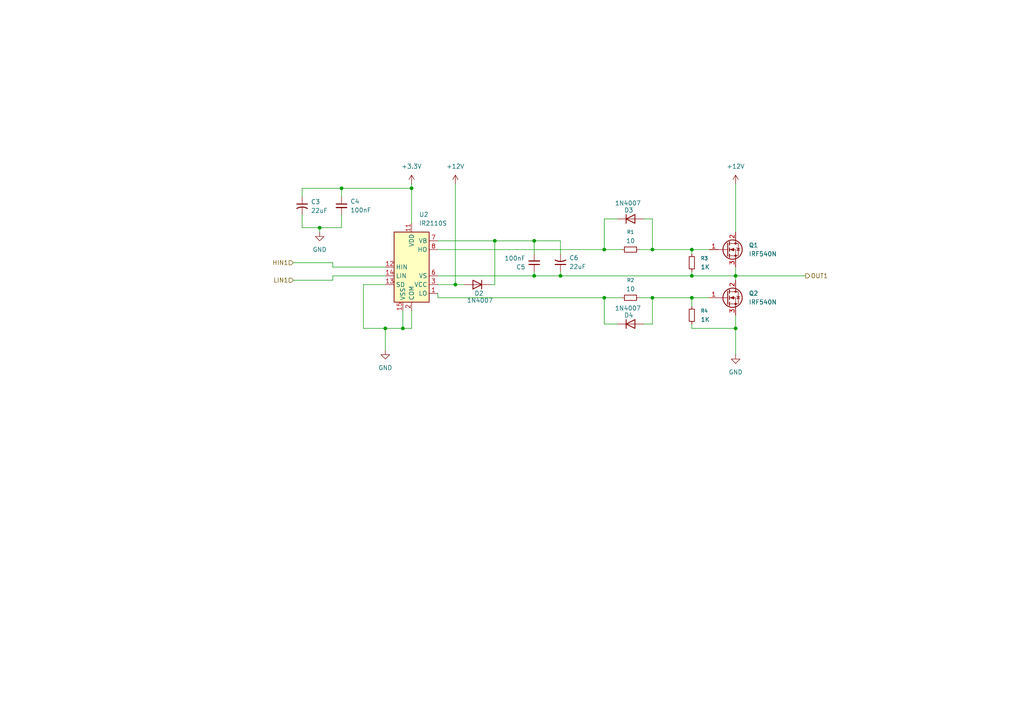
<source format=kicad_sch>
(kicad_sch (version 20250114) (generator "eeschema") (generator_version "9.0")
  (paper "A4")
  (lib_symbols
    (symbol "Device:C_Small" (pin_numbers (hide yes)) (pin_names (offset 0.254) (hide yes))
      (property "Reference" "C" (at 0.254 1.778 0))
      (property "Value" "C_Small" (at 0.254 -2.032 0))
      (symbol "C_Small_0_1"
        (polyline (pts (xy -1.524 0.508) (xy 1.524 0.508)) (stroke (width 0.3048)))
        (polyline (pts (xy -1.524 -0.508) (xy 1.524 -0.508)) (stroke (width 0.3302)))
      )
      (symbol "C_Small_1_1"
        (pin passive line (at 0 2.54 270) (length 2.032) (name "~") (number "1"))
        (pin passive line (at 0 -2.54 90) (length 2.032) (name "~") (number "2"))
      )
    )
    (symbol "Device:C_Small_US" (pin_numbers (hide yes)) (pin_names (offset 0.254) (hide yes))
      (property "Reference" "C" (at 0.254 1.778 0))
      (property "Value" "C_Small_US" (at 0.254 -2.032 0))
      (symbol "C_Small_US_0_1"
        (polyline (pts (xy -1.524 0.508) (xy 1.524 0.508)) (stroke (width 0.3048)))
        (arc (start -1.524 -0.762) (mid 0 -0.3734) (end 1.524 -0.762) (stroke (width 0.3048)))
      )
      (symbol "C_Small_US_1_1"
        (pin passive line (at 0 2.54 270) (length 2.032) (name "~") (number "1"))
        (pin passive line (at 0 -2.54 90) (length 2.032) (name "~") (number "2"))
      )
    )
    (symbol "Device:R_Small" (pin_numbers (hide yes)) (pin_names (offset 0.254) (hide yes))
      (property "Reference" "R" (at 0 0 90))
      (property "Value" "R_Small" (at 1.778 0 90))
      (symbol "R_Small_0_1"
        (rectangle (start -0.762 1.778) (end 0.762 -1.778) (stroke (width 0.2032)))
      )
      (symbol "R_Small_1_1"
        (pin passive line (at 0 2.54 270) (length 0.762) (name "~") (number "1"))
        (pin passive line (at 0 -2.54 90) (length 0.762) (name "~") (number "2"))
      )
    )
    (symbol "Diode:1N4007" (pin_numbers (hide yes)) (pin_names (hide yes))
      (property "Reference" "D" (at 0 2.54 0))
      (property "Value" "1N4007" (at 0 -2.54 0))
      (symbol "1N4007_0_1"
        (polyline (pts (xy -1.27 1.27) (xy -1.27 -1.27)) (stroke (width 0.254)))
        (polyline (pts (xy 1.27 1.27) (xy 1.27 -1.27) (xy -1.27 0) (xy 1.27 1.27)) (stroke (width 0.254)))
        (polyline (pts (xy 1.27 0) (xy -1.27 0)))
      )
      (symbol "1N4007_1_1"
        (pin passive line (at -3.81 0 0) (length 2.54) (name "K") (number "1"))
        (pin passive line (at 3.81 0 180) (length 2.54) (name "A") (number "2"))
      )
    )
    (symbol "Driver_FET:IR2110S"
      (property "Reference" "U" (at 1.27 13.335 0))
      (property "Value" "IR2110S" (at 1.27 11.43 0))
      (symbol "IR2110S_0_1"
        (rectangle (start -5.08 -10.16) (end 5.08 10.16) (stroke (width 0.254)) (fill (type background)))
      )
      (symbol "IR2110S_1_1"
        (pin input line (at -7.62 0 0) (length 2.54) (name "HIN") (number "12"))
        (pin input line (at -7.62 -2.54 0) (length 2.54) (name "LIN") (number "14"))
        (pin input line (at -7.62 -5.08 0) (length 2.54) (name "SD") (number "13"))
        (pin no_connect line (at -5.08 7.62 0) (length 2.54) (hide yes) (name "NC") (number "4"))
        (pin no_connect line (at -5.08 5.08 0) (length 2.54) (hide yes) (name "NC") (number "5"))
        (pin no_connect line (at -5.08 2.54 0) (length 2.54) (hide yes) (name "NC") (number "9"))
        (pin power_in line (at -2.54 -12.7 90) (length 2.54) (name "VSS") (number "15"))
        (pin power_in line (at 0 12.7 270) (length 2.54) (name "VDD") (number "11"))
        (pin power_in line (at 0 -12.7 90) (length 2.54) (name "COM") (number "2"))
        (pin no_connect line (at 5.08 2.54 180) (length 2.54) (hide yes) (name "NC") (number "10"))
        (pin no_connect line (at 5.08 0 180) (length 2.54) (hide yes) (name "NC") (number "16"))
        (pin passive line (at 7.62 7.62 180) (length 2.54) (name "VB") (number "7"))
        (pin output line (at 7.62 5.08 180) (length 2.54) (name "HO") (number "8"))
        (pin passive line (at 7.62 -2.54 180) (length 2.54) (name "VS") (number "6"))
        (pin power_in line (at 7.62 -5.08 180) (length 2.54) (name "VCC") (number "3"))
        (pin output line (at 7.62 -7.62 180) (length 2.54) (name "LO") (number "1"))
      )
    )
    (symbol "Transistor_FET:IRF540N" (pin_names (hide yes))
      (property "Reference" "Q" (at 5.08 1.905 0))
      (property "Value" "IRF540N" (at 5.08 0 0))
      (symbol "IRF540N_0_1"
        (polyline (pts (xy 0.254 1.905) (xy 0.254 -1.905)) (stroke (width 0.254)))
        (polyline (pts (xy 0.254 0) (xy -2.54 0)))
        (polyline (pts (xy 0.762 2.286) (xy 0.762 1.27)) (stroke (width 0.254)))
        (polyline (pts (xy 0.762 0.508) (xy 0.762 -0.508)) (stroke (width 0.254)))
        (polyline (pts (xy 0.762 -1.27) (xy 0.762 -2.286)) (stroke (width 0.254)))
        (polyline (pts (xy 0.762 -1.778) (xy 3.302 -1.778) (xy 3.302 1.778) (xy 0.762 1.778)))
        (polyline (pts (xy 1.016 0) (xy 2.032 0.381) (xy 2.032 -0.381) (xy 1.016 0)) (fill (type outline)))
        (circle (center 1.651 0) (radius 2.794) (stroke (width 0.254)))
        (polyline (pts (xy 2.54 2.54) (xy 2.54 1.778)))
        (circle (center 2.54 1.778) (radius 0.254) (fill (type outline)))
        (circle (center 2.54 -1.778) (radius 0.254) (fill (type outline)))
        (polyline (pts (xy 2.54 -2.54) (xy 2.54 0) (xy 0.762 0)))
        (polyline (pts (xy 2.794 0.508) (xy 2.921 0.381) (xy 3.683 0.381) (xy 3.81 0.254)))
        (polyline (pts (xy 3.302 0.381) (xy 2.921 -0.254) (xy 3.683 -0.254) (xy 3.302 0.381)))
      )
      (symbol "IRF540N_1_1"
        (pin input line (at -5.08 0 0) (length 2.54) (name "G") (number "1"))
        (pin passive line (at 2.54 5.08 270) (length 2.54) (name "D") (number "2"))
        (pin passive line (at 2.54 -5.08 90) (length 2.54) (name "S") (number "3"))
      )
    )
    (symbol "power:GND" (power) (pin_numbers (hide yes)) (pin_names (offset 0) (hide yes))
      (property "Value" "GND" (at 0 -3.81 0))
      (symbol "GND_0_1"
        (polyline (pts (xy 0 0) (xy 0 -1.27) (xy 1.27 -1.27) (xy 0 -2.54) (xy -1.27 -1.27) (xy 0 -1.27)))
      )
      (symbol "GND_1_1"
        (pin power_in line (at 0 0 270) (length 0) (name "~") (number "1"))
      )
    )
    (symbol "power:VCC" (power) (pin_numbers (hide yes)) (pin_names (offset 0) (hide yes))
      (property "Value" "VCC" (at 0 3.556 0))
      (symbol "VCC_0_1"
        (polyline (pts (xy -0.762 1.27) (xy 0 2.54)))
        (polyline (pts (xy 0 2.54) (xy 0.762 1.27)))
        (polyline (pts (xy 0 0) (xy 0 2.54)))
      )
      (symbol "VCC_1_1"
        (pin power_in line (at 0 0 90) (length 0) (name "~") (number "1"))
      )
    )
  )
  (junction (at 213.36 95.25))
  (junction (at 154.94 69.85))
  (junction (at 111.76 95.25))
  (junction (at 162.56 80.01))
  (junction (at 200.66 72.39))
  (junction (at 116.84 95.25))
  (junction (at 200.66 86.36))
  (junction (at 143.51 69.85))
  (junction (at 175.26 86.36))
  (junction (at 189.23 72.39))
  (junction (at 189.23 86.36))
  (junction (at 132.08 82.55))
  (junction (at 175.26 72.39))
  (junction (at 99.06 54.61))
  (junction (at 154.94 80.01))
  (junction (at 200.66 80.01))
  (junction (at 119.38 54.61))
  (junction (at 213.36 80.01))
  (junction (at 92.71 66.04))
  (wire (pts (xy 127 80.01) (xy 154.94 80.01)))
  (wire (pts (xy 200.66 80.01) (xy 200.66 78.74)))
  (wire (pts (xy 143.51 69.85) (xy 143.51 82.55)))
  (wire (pts (xy 127 86.36) (xy 127 85.09)))
  (wire (pts (xy 111.76 82.55) (xy 105.41 82.55)))
  (wire (pts (xy 185.42 72.39) (xy 189.23 72.39)))
  (wire (pts (xy 175.26 72.39) (xy 180.34 72.39)))
  (wire (pts (xy 200.66 93.98) (xy 200.66 95.25)))
  (wire (pts (xy 200.66 95.25) (xy 213.36 95.25)))
  (wire (pts (xy 96.52 80.01) (xy 111.76 80.01)))
  (wire (pts (xy 233.68 80.01) (xy 213.36 80.01)))
  (wire (pts (xy 132.08 53.34) (xy 132.08 82.55)))
  (wire (pts (xy 213.36 77.47) (xy 213.36 80.01)))
  (wire (pts (xy 162.56 80.01) (xy 200.66 80.01)))
  (wire (pts (xy 87.63 54.61) (xy 87.63 57.15)))
  (wire (pts (xy 116.84 90.17) (xy 116.84 95.25)))
  (wire (pts (xy 85.09 81.28) (xy 96.52 81.28)))
  (wire (pts (xy 119.38 54.61) (xy 119.38 64.77)))
  (wire (pts (xy 189.23 93.98) (xy 189.23 86.36)))
  (wire (pts (xy 119.38 53.34) (xy 119.38 54.61)))
  (wire (pts (xy 127 72.39) (xy 175.26 72.39)))
  (wire (pts (xy 189.23 63.5) (xy 189.23 72.39)))
  (wire (pts (xy 132.08 82.55) (xy 134.62 82.55)))
  (wire (pts (xy 175.26 63.5) (xy 175.26 72.39)))
  (wire (pts (xy 105.41 95.25) (xy 111.76 95.25)))
  (wire (pts (xy 213.36 91.44) (xy 213.36 95.25)))
  (wire (pts (xy 96.52 81.28) (xy 96.52 80.01)))
  (wire (pts (xy 85.09 76.2) (xy 96.52 76.2)))
  (wire (pts (xy 119.38 95.25) (xy 119.38 90.17)))
  (wire (pts (xy 111.76 95.25) (xy 116.84 95.25)))
  (wire (pts (xy 189.23 86.36) (xy 200.66 86.36)))
  (wire (pts (xy 200.66 73.66) (xy 200.66 72.39)))
  (wire (pts (xy 186.69 63.5) (xy 189.23 63.5)))
  (wire (pts (xy 213.36 53.34) (xy 213.36 67.31)))
  (wire (pts (xy 189.23 72.39) (xy 200.66 72.39)))
  (wire (pts (xy 185.42 86.36) (xy 189.23 86.36)))
  (wire (pts (xy 200.66 86.36) (xy 205.74 86.36)))
  (wire (pts (xy 111.76 101.6) (xy 111.76 95.25)))
  (wire (pts (xy 154.94 80.01) (xy 162.56 80.01)))
  (wire (pts (xy 186.69 93.98) (xy 189.23 93.98)))
  (wire (pts (xy 179.07 63.5) (xy 175.26 63.5)))
  (wire (pts (xy 96.52 76.2) (xy 96.52 77.47)))
  (wire (pts (xy 175.26 86.36) (xy 180.34 86.36)))
  (wire (pts (xy 99.06 54.61) (xy 99.06 57.15)))
  (wire (pts (xy 162.56 69.85) (xy 154.94 69.85)))
  (wire (pts (xy 96.52 77.47) (xy 111.76 77.47)))
  (wire (pts (xy 127 69.85) (xy 143.51 69.85)))
  (wire (pts (xy 143.51 69.85) (xy 154.94 69.85)))
  (wire (pts (xy 127 82.55) (xy 132.08 82.55)))
  (wire (pts (xy 154.94 73.66) (xy 154.94 69.85)))
  (wire (pts (xy 200.66 80.01) (xy 213.36 80.01)))
  (wire (pts (xy 92.71 66.04) (xy 99.06 66.04)))
  (wire (pts (xy 127 86.36) (xy 175.26 86.36)))
  (wire (pts (xy 154.94 78.74) (xy 154.94 80.01)))
  (wire (pts (xy 213.36 81.28) (xy 213.36 80.01)))
  (wire (pts (xy 99.06 54.61) (xy 87.63 54.61)))
  (wire (pts (xy 87.63 66.04) (xy 92.71 66.04)))
  (wire (pts (xy 87.63 62.23) (xy 87.63 66.04)))
  (wire (pts (xy 92.71 66.04) (xy 92.71 67.31)))
  (wire (pts (xy 119.38 54.61) (xy 99.06 54.61)))
  (wire (pts (xy 162.56 73.66) (xy 162.56 69.85)))
  (wire (pts (xy 175.26 93.98) (xy 175.26 86.36)))
  (wire (pts (xy 143.51 82.55) (xy 142.24 82.55)))
  (wire (pts (xy 179.07 93.98) (xy 175.26 93.98)))
  (wire (pts (xy 105.41 82.55) (xy 105.41 95.25)))
  (wire (pts (xy 99.06 66.04) (xy 99.06 62.23)))
  (wire (pts (xy 213.36 102.87) (xy 213.36 95.25)))
  (wire (pts (xy 200.66 72.39) (xy 205.74 72.39)))
  (wire (pts (xy 116.84 95.25) (xy 119.38 95.25)))
  (wire (pts (xy 200.66 86.36) (xy 200.66 88.9)))
  (wire (pts (xy 162.56 78.74) (xy 162.56 80.01)))
  (hierarchical_label "LIN1" (shape input) (at 85.09 81.28 180))
  (hierarchical_label "OUT1" (shape output) (at 233.68 80.01 0))
  (hierarchical_label "HIN1" (shape input) (at 85.09 76.2 180))
  (symbol (lib_id "Device:C_Small_US") (at 162.56 76.2 180) (unit 1)
    (property "Reference" "C6" (at 165.1 74.8029 0) (effects (justify right)))
    (property "Value" "22uF" (at 165.1 77.3429 0) (effects (justify right)))
    (property "Footprint" "Capacitor_THT:CP_Radial_D8.0mm_P3.80mm" (effects (hide yes)))
    (property "Description" "capacitor, small US symbol" (effects (hide yes)))
  )
  (symbol (lib_id "Device:C_Small") (at 154.94 76.2 180) (unit 1)
    (property "Reference" "C5" (at 152.4 77.4638 0) (effects (justify left)))
    (property "Value" "100nF" (at 152.4 74.9238 0) (effects (justify left)))
    (property "Footprint" "Capacitor_THT:C_Disc_D3.8mm_W2.6mm_P2.50mm" (effects (hide yes)))
    (property "Description" "Unpolarized capacitor, small symbol" (effects (hide yes)))
  )
  (symbol (lib_id "Device:R_Small") (at 182.88 86.36 90) (unit 1)
    (property "Reference" "R2" (at 182.88 81.28 90) (effects (font (size 1.016 1.016))))
    (property "Value" "10" (at 182.88 83.82 90))
    (property "Footprint" "Resistor_THT:R_Axial_DIN0309_L9.0mm_D3.2mm_P12.70mm_Horizontal" (effects (hide yes)))
    (property "Description" "Resistor, small symbol" (effects (hide yes)))
  )
  (symbol (lib_id "Transistor_FET:IRF540N") (at 210.82 72.39 0) (unit 1)
    (property "Reference" "Q1" (at 217.17 71.1199 0) (effects (justify left)))
    (property "Value" "IRF540N" (at 217.17 73.6599 0) (effects (justify left)))
    (property "Footprint" "Package_TO_SOT_THT:TO-220-3_Vertical" (effects (hide yes)))
    (property "Datasheet" "http://www.irf.com/product-info/datasheets/data/irf540n.pdf" (effects (hide yes)))
    (property "Description" "33A Id, 100V Vds, HEXFET N-Channel MOSFET, TO-220" (effects (hide yes)))
  )
  (symbol (lib_id "Device:R_Small") (at 200.66 76.2 180) (unit 1)
    (property "Reference" "R3" (at 203.2 74.9299 0) (effects (font (size 1.016 1.016)) (justify right)))
    (property "Value" "1K" (at 203.2 77.4699 0) (effects (justify right)))
    (property "Footprint" "Resistor_THT:R_Axial_DIN0309_L9.0mm_D3.2mm_P12.70mm_Horizontal" (effects (hide yes)))
    (property "Description" "Resistor, small symbol" (effects (hide yes)))
  )
  (symbol (lib_id "power:GND") (at 213.36 102.87 0) (unit 1)
    (property "Reference" "#PWR011" (effects (hide yes)))
    (property "Value" "GND" (at 213.36 107.95 0))
    (property "Description" "Power symbol creates a global label with name \"GND\" , ground" (effects (hide yes)))
  )
  (symbol (lib_id "power:GND") (at 111.76 101.6 0) (unit 1)
    (property "Reference" "#PWR07" (effects (hide yes)))
    (property "Value" "GND" (at 111.76 106.68 0))
    (property "Description" "Power symbol creates a global label with name \"GND\" , ground" (effects (hide yes)))
  )
  (symbol (lib_id "power:VCC") (at 132.08 53.34 0) (unit 1)
    (property "Reference" "#PWR09" (effects (hide yes)))
    (property "Value" "+12V" (at 132.08 48.26 0))
    (property "Description" "Power symbol creates a global label with name \"VCC\"" (effects (hide yes)))
  )
  (symbol (lib_id "Diode:1N4007") (at 138.43 82.55 180) (unit 1)
    (property "Reference" "D2" (at 138.938 85.09 0))
    (property "Value" "1N4007" (at 139.192 87.122 0))
    (property "Footprint" "Diode_THT:D_DO-41_SOD81_P10.16mm_Horizontal" (effects (hide yes)))
    (property "Datasheet" "http://www.vishay.com/docs/88503/1n4001.pdf" (effects (hide yes)))
    (property "Description" "1000V 1A General Purpose Rectifier Diode, DO-41" (effects (hide yes)))
    (property "Sim.Device" "D" (effects (hide yes)))
    (property "Sim.Pins" "1=K 2=A" (effects (hide yes)))
  )
  (symbol (lib_id "power:VCC") (at 119.38 53.34 0) (unit 1)
    (property "Reference" "#PWR08" (effects (hide yes)))
    (property "Value" "+3.3V" (at 119.38 48.26 0))
    (property "Description" "Power symbol creates a global label with name \"VCC\"" (effects (hide yes)))
  )
  (symbol (lib_id "power:GND") (at 92.71 67.31 0) (unit 1)
    (property "Reference" "#PWR06" (effects (hide yes)))
    (property "Value" "GND" (at 92.71 72.39 0))
    (property "Description" "Power symbol creates a global label with name \"GND\" , ground" (effects (hide yes)))
  )
  (symbol (lib_id "Device:R_Small") (at 182.88 72.39 90) (unit 1)
    (property "Reference" "R1" (at 182.88 67.31 90) (effects (font (size 1.016 1.016))))
    (property "Value" "10" (at 182.88 69.85 90))
    (property "Footprint" "Resistor_THT:R_Axial_DIN0309_L9.0mm_D3.2mm_P12.70mm_Horizontal" (effects (hide yes)))
    (property "Description" "Resistor, small symbol" (effects (hide yes)))
  )
  (symbol (lib_id "power:VCC") (at 213.36 53.34 0) (unit 1)
    (property "Reference" "#PWR010" (effects (hide yes)))
    (property "Value" "+12V" (at 213.36 48.26 0))
    (property "Description" "Power symbol creates a global label with name \"VCC\"" (effects (hide yes)))
  )
  (symbol (lib_id "Device:C_Small_US") (at 87.63 59.69 0) (unit 1)
    (property "Reference" "C3" (at 90.17 58.5469 0) (effects (justify left)))
    (property "Value" "22uF" (at 90.17 61.0869 0) (effects (justify left)))
    (property "Footprint" "Capacitor_THT:CP_Radial_D8.0mm_P3.80mm" (effects (hide yes)))
    (property "Description" "capacitor, small US symbol" (effects (hide yes)))
  )
  (symbol (lib_id "Driver_FET:IR2110S") (at 119.38 77.47 0) (unit 1)
    (property "Reference" "U2" (at 121.5233 62.23 0) (effects (justify left)))
    (property "Value" "IR2110S" (at 121.5233 64.77 0) (effects (justify left)))
    (property "Footprint" "Package_SO:SOIC-16W_7.5x10.3mm_P1.27mm" (effects (hide yes)))
    (property "Datasheet" "https://www.infineon.com/dgdl/ir2110.pdf?fileId=5546d462533600a4015355c80333167e" (effects (hide yes)))
    (property "Description" "High and Low Side Driver, 500V, 2.0/2.0A, SOIC-16W" (effects (hide yes)))
  )
  (symbol (lib_id "Transistor_FET:IRF540N") (at 210.82 86.36 0) (unit 1)
    (property "Reference" "Q2" (at 217.17 85.0899 0) (effects (justify left)))
    (property "Value" "IRF540N" (at 217.17 87.6299 0) (effects (justify left)))
    (property "Footprint" "Package_TO_SOT_THT:TO-220-3_Vertical" (effects (hide yes)))
    (property "Datasheet" "http://www.irf.com/product-info/datasheets/data/irf540n.pdf" (effects (hide yes)))
    (property "Description" "33A Id, 100V Vds, HEXFET N-Channel MOSFET, TO-220" (effects (hide yes)))
  )
  (symbol (lib_id "Device:C_Small") (at 99.06 59.69 0) (unit 1)
    (property "Reference" "C4" (at 101.6 58.4262 0) (effects (justify left)))
    (property "Value" "100nF" (at 101.6 60.9662 0) (effects (justify left)))
    (property "Footprint" "Capacitor_THT:C_Disc_D3.8mm_W2.6mm_P2.50mm" (effects (hide yes)))
    (property "Description" "Unpolarized capacitor, small symbol" (effects (hide yes)))
  )
  (symbol (lib_id "Diode:1N4007") (at 182.88 63.5 0) (unit 1)
    (property "Reference" "D3" (at 182.372 60.96 0))
    (property "Value" "1N4007" (at 182.118 58.928 0))
    (property "Footprint" "Diode_THT:D_DO-41_SOD81_P10.16mm_Horizontal" (effects (hide yes)))
    (property "Datasheet" "http://www.vishay.com/docs/88503/1n4001.pdf" (effects (hide yes)))
    (property "Description" "1000V 1A General Purpose Rectifier Diode, DO-41" (effects (hide yes)))
    (property "Sim.Device" "D" (effects (hide yes)))
    (property "Sim.Pins" "1=K 2=A" (effects (hide yes)))
  )
  (symbol (lib_id "Diode:1N4007") (at 182.88 93.98 0) (unit 1)
    (property "Reference" "D4" (at 182.372 91.44 0))
    (property "Value" "1N4007" (at 182.118 89.408 0))
    (property "Footprint" "Diode_THT:D_DO-41_SOD81_P10.16mm_Horizontal" (effects (hide yes)))
    (property "Datasheet" "http://www.vishay.com/docs/88503/1n4001.pdf" (effects (hide yes)))
    (property "Description" "1000V 1A General Purpose Rectifier Diode, DO-41" (effects (hide yes)))
    (property "Sim.Device" "D" (effects (hide yes)))
    (property "Sim.Pins" "1=K 2=A" (effects (hide yes)))
  )
  (symbol (lib_id "Device:R_Small") (at 200.66 91.44 180) (unit 1)
    (property "Reference" "R4" (at 203.2 90.1699 0) (effects (font (size 1.016 1.016)) (justify right)))
    (property "Value" "1K" (at 203.2 92.7099 0) (effects (justify right)))
    (property "Footprint" "Resistor_THT:R_Axial_DIN0309_L9.0mm_D3.2mm_P12.70mm_Horizontal" (effects (hide yes)))
    (property "Description" "Resistor, small symbol" (effects (hide yes)))
  )
)
</source>
